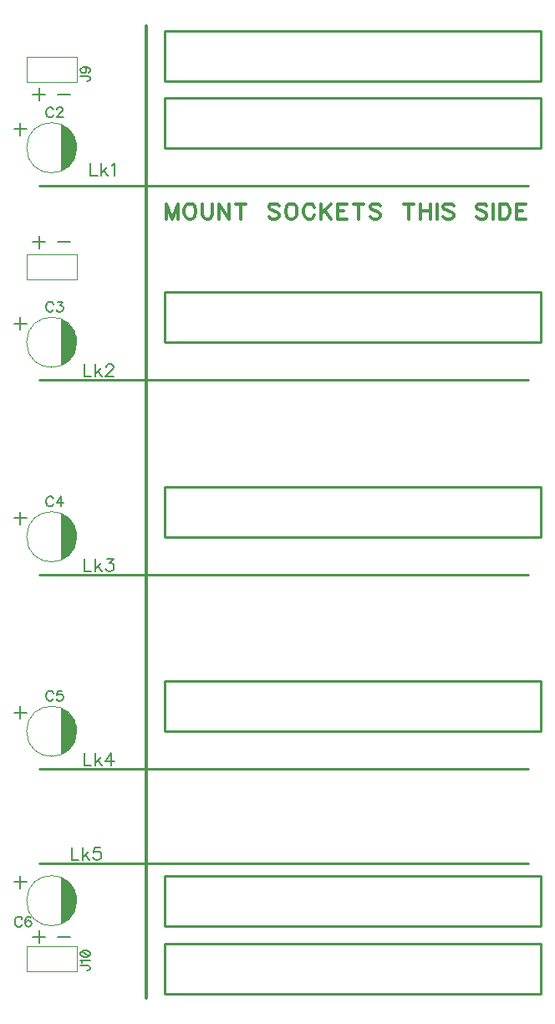
<source format=gbr>
G04 DipTrace 4.3.0.5*
G04 TopSilk.gbr*
%MOMM*%
G04 #@! TF.FileFunction,Legend,Top*
G04 #@! TF.Part,Single*
%ADD10C,0.25*%
%ADD20C,0.175*%
%ADD21C,0.1*%
%ADD22C,0.3*%
%ADD45C,0.19608*%
%ADD46C,0.15686*%
%ADD49C,0.33333*%
%FSLAX35Y35*%
G04*
G71*
G90*
G75*
G01*
G04 TopSilk*
%LPD*%
X-127000Y9610877D2*
D10*
Y9102877D1*
X3683000D1*
Y9610877D1*
X-127000D1*
Y8940127D2*
Y8432127D1*
X3683000D1*
Y8940127D1*
X-127000D1*
Y6971627D2*
Y6463627D1*
X3683000D1*
Y6971627D1*
X-127000D1*
Y5003127D2*
Y4495127D1*
X3683000D1*
Y5003127D1*
X-127000D1*
Y3034627D2*
Y2526627D1*
X3683000D1*
Y3034627D1*
X-127000D1*
Y1066123D2*
Y558123D1*
X3683000D1*
Y1066123D1*
X-127000D1*
Y381000D2*
Y-127000D1*
X3683000D1*
Y381000D1*
X-127000D1*
X-1397000Y7543127D2*
D20*
Y7416127D1*
X-1524000Y7352627D2*
D21*
X-1016000D1*
Y7098623D1*
X-1524000D1*
Y7352627D1*
X-1460500Y7479627D2*
D20*
X-1333500D1*
X-1206500D2*
X-1079500D1*
X-1397000Y8051123D2*
D10*
X3556000D1*
X-1397000Y6082623D2*
X3556000D1*
X-1524000Y6463625D2*
D21*
G02X-1524000Y6463625I254000J0D01*
G01*
G36*
X-1174750Y6225500D2*
Y6701750D1*
X-1095377Y6654127D1*
X-1047750Y6590627D1*
X-1016000Y6511247D1*
Y6463627D1*
X-1031877Y6384247D1*
X-1047750Y6336623D1*
X-1095377Y6273123D1*
X-1127127Y6257250D1*
X-1143000Y6241373D1*
X-1174750Y6225500D1*
G37*
X-1397000Y4114123D2*
D10*
X3556000D1*
X-1524000Y4495125D2*
D21*
G02X-1524000Y4495125I254000J0D01*
G01*
G36*
X-1174750Y4257000D2*
Y4733250D1*
X-1095377Y4685627D1*
X-1047750Y4622127D1*
X-1016000Y4542747D1*
Y4495127D1*
X-1031877Y4415750D1*
X-1047750Y4368123D1*
X-1095377Y4304623D1*
X-1127127Y4288750D1*
X-1143000Y4272873D1*
X-1174750Y4257000D1*
G37*
X-1397000Y2145623D2*
D10*
X3556000D1*
X-1524000Y812125D2*
D21*
G02X-1524000Y812125I254000J0D01*
G01*
G36*
X-1174750Y573997D2*
Y1050250D1*
X-1095377Y1002623D1*
X-1047750Y939127D1*
X-1016000Y859750D1*
Y812127D1*
X-1031877Y732750D1*
X-1047750Y685127D1*
X-1095377Y621627D1*
X-1127127Y605747D1*
X-1143000Y589877D1*
X-1174750Y573997D1*
G37*
X-1524000Y8432125D2*
D21*
G02X-1524000Y8432125I254000J0D01*
G01*
G36*
X-1174750Y8194000D2*
Y8670250D1*
X-1095377Y8622627D1*
X-1047750Y8559127D1*
X-1016000Y8479747D1*
Y8432127D1*
X-1031877Y8352747D1*
X-1047750Y8305127D1*
X-1095377Y8241623D1*
X-1127127Y8225750D1*
X-1143000Y8209873D1*
X-1174750Y8194000D1*
G37*
X-1524000Y2526627D2*
D21*
G02X-1524000Y2526627I254000J0D01*
G01*
G36*
X-1174750Y2288500D2*
Y2764747D1*
X-1095377Y2717127D1*
X-1047750Y2653627D1*
X-1016000Y2574250D1*
Y2526623D1*
X-1031877Y2447250D1*
X-1047750Y2399623D1*
X-1095377Y2336123D1*
X-1127127Y2320250D1*
X-1143000Y2304377D1*
X-1174750Y2288500D1*
G37*
X-1397000Y1193123D2*
D10*
X3556000D1*
X-1524000Y9352877D2*
D21*
X-1016000D1*
Y9098877D1*
X-1524000D1*
Y9352877D1*
Y351750D2*
X-1016000D1*
Y97750D1*
X-1524000D1*
Y351750D1*
X-1397000Y9035373D2*
D20*
Y8908373D1*
X-1460500Y8971873D2*
X-1333500D1*
X-1206500D2*
X-1079500D1*
X-1397000Y510500D2*
Y383500D1*
X-1460500Y447000D2*
X-1333500D1*
X-1206500D2*
X-1079500D1*
X-1587500Y1066123D2*
Y939127D1*
X-1651000Y1002623D2*
X-1524000D1*
X-1587500Y2780627D2*
Y2653627D1*
X-1651000Y2717127D2*
X-1524000D1*
X-1587500Y4749127D2*
Y4622127D1*
X-1651000Y4685627D2*
X-1524000D1*
X-1587500Y6717627D2*
Y6590627D1*
X-1651000Y6654127D2*
X-1524000D1*
X-1587500Y8686127D2*
Y8559127D1*
X-1651000Y8622627D2*
X-1524000D1*
X-310000Y9667700D2*
D22*
Y-174000D1*
X-1252769Y8817905D2*
D46*
X-1257598Y8827563D1*
X-1267369Y8837334D1*
X-1277028Y8842163D1*
X-1296457D1*
X-1306228Y8837334D1*
X-1315886Y8827563D1*
X-1320828Y8817905D1*
X-1325657Y8803305D1*
Y8778934D1*
X-1320828Y8764446D1*
X-1315886Y8754676D1*
X-1306228Y8745017D1*
X-1296457Y8740076D1*
X-1277028D1*
X-1267369Y8745017D1*
X-1257598Y8754676D1*
X-1252769Y8764446D1*
X-1216455Y8817793D2*
Y8822622D1*
X-1211626Y8832393D1*
X-1206797Y8837222D1*
X-1197026Y8842051D1*
X-1177597D1*
X-1167938Y8837222D1*
X-1163109Y8832393D1*
X-1158167Y8822622D1*
Y8812963D1*
X-1163109Y8803193D1*
X-1172767Y8788705D1*
X-1221397Y8740076D1*
X-1153338D1*
X-1252769Y6849405D2*
X-1257598Y6859063D1*
X-1267369Y6868834D1*
X-1277028Y6873663D1*
X-1296457D1*
X-1306228Y6868834D1*
X-1315886Y6859063D1*
X-1320828Y6849405D1*
X-1325657Y6834805D1*
Y6810434D1*
X-1320828Y6795946D1*
X-1315886Y6786176D1*
X-1306228Y6776517D1*
X-1296457Y6771576D1*
X-1277028D1*
X-1267369Y6776517D1*
X-1257598Y6786176D1*
X-1252769Y6795946D1*
X-1211626Y6873551D2*
X-1158280D1*
X-1187367Y6834693D1*
X-1172767D1*
X-1163109Y6829863D1*
X-1158280Y6825034D1*
X-1153338Y6810434D1*
Y6800776D1*
X-1158280Y6786176D1*
X-1167938Y6776405D1*
X-1182538Y6771576D1*
X-1197138D1*
X-1211626Y6776405D1*
X-1216455Y6781346D1*
X-1221397Y6791005D1*
X-1252769Y2912408D2*
X-1257598Y2922067D1*
X-1267369Y2931837D1*
X-1277028Y2936667D1*
X-1296457D1*
X-1306228Y2931837D1*
X-1315886Y2922067D1*
X-1320828Y2912408D1*
X-1325657Y2897808D1*
Y2873437D1*
X-1320828Y2858950D1*
X-1315886Y2849179D1*
X-1306228Y2839520D1*
X-1296457Y2834579D1*
X-1277028D1*
X-1267369Y2839520D1*
X-1257598Y2849179D1*
X-1252769Y2858950D1*
X-1163109Y2936554D2*
X-1211626D1*
X-1216455Y2892867D1*
X-1211626Y2897696D1*
X-1197026Y2902637D1*
X-1182538D1*
X-1167938Y2897696D1*
X-1158167Y2888037D1*
X-1153338Y2873437D1*
Y2863779D1*
X-1158167Y2849179D1*
X-1167938Y2839408D1*
X-1182538Y2834579D1*
X-1197026D1*
X-1211626Y2839408D1*
X-1216455Y2844350D1*
X-1221397Y2854008D1*
X-1252769Y4880908D2*
X-1257598Y4890567D1*
X-1267369Y4900337D1*
X-1277028Y4905167D1*
X-1296457D1*
X-1306228Y4900337D1*
X-1315886Y4890567D1*
X-1320828Y4880908D1*
X-1325657Y4866308D1*
Y4841937D1*
X-1320828Y4827450D1*
X-1315886Y4817679D1*
X-1306228Y4808020D1*
X-1296457Y4803079D1*
X-1277028D1*
X-1267369Y4808020D1*
X-1257598Y4817679D1*
X-1252769Y4827450D1*
X-1172767Y4803079D2*
Y4905054D1*
X-1221397Y4837108D1*
X-1148509D1*
X-1570269Y626408D2*
X-1575098Y636067D1*
X-1584869Y645837D1*
X-1594528Y650667D1*
X-1613957D1*
X-1623728Y645837D1*
X-1633386Y636067D1*
X-1638328Y626408D1*
X-1643157Y611808D1*
Y587437D1*
X-1638328Y572950D1*
X-1633386Y563179D1*
X-1623728Y553520D1*
X-1613957Y548579D1*
X-1594528D1*
X-1584869Y553520D1*
X-1575098Y563179D1*
X-1570269Y572950D1*
X-1480609Y636067D2*
X-1485438Y645725D1*
X-1500038Y650554D1*
X-1509697D1*
X-1524297Y645725D1*
X-1534067Y631125D1*
X-1538897Y606867D1*
Y582608D1*
X-1534067Y563179D1*
X-1524297Y553408D1*
X-1509697Y548579D1*
X-1504867D1*
X-1490380Y553408D1*
X-1480609Y563179D1*
X-1475780Y577779D1*
Y582608D1*
X-1480609Y597208D1*
X-1490380Y606867D1*
X-1504867Y611696D1*
X-1509697D1*
X-1524297Y606867D1*
X-1534067Y597208D1*
X-1538897Y582608D1*
X-981540Y9155349D2*
X-903823D1*
X-889223Y9150520D1*
X-884394Y9145578D1*
X-879452Y9135920D1*
Y9126149D1*
X-884394Y9116491D1*
X-889223Y9111661D1*
X-903823Y9106720D1*
X-913481D1*
X-947511Y9249951D2*
X-932911Y9245009D1*
X-923140Y9235351D1*
X-918311Y9220751D1*
Y9215922D1*
X-923140Y9201322D1*
X-932911Y9191663D1*
X-947511Y9186722D1*
X-952340D1*
X-966940Y9191663D1*
X-976598Y9201322D1*
X-981428Y9215922D1*
Y9220751D1*
X-976598Y9235351D1*
X-966940Y9245009D1*
X-947511Y9249951D1*
X-923140D1*
X-898881Y9245009D1*
X-884281Y9235351D1*
X-879452Y9220751D1*
Y9211092D1*
X-884281Y9196492D1*
X-894052Y9191663D1*
X-981540Y154222D2*
X-903823D1*
X-889223Y149393D1*
X-884394Y144452D1*
X-879452Y134793D1*
Y125022D1*
X-884394Y115364D1*
X-889223Y110535D1*
X-903823Y105593D1*
X-913481D1*
X-961998Y185595D2*
X-966940Y195366D1*
X-981428Y209966D1*
X-879452D1*
X-981428Y270538D2*
X-976598Y255938D1*
X-961998Y246167D1*
X-937740Y241338D1*
X-923140D1*
X-898881Y246167D1*
X-884281Y255938D1*
X-879452Y270538D1*
Y280197D1*
X-884281Y294797D1*
X-898881Y304455D1*
X-923140Y309397D1*
X-937740D1*
X-961998Y304455D1*
X-976598Y294797D1*
X-981428Y280197D1*
Y270538D1*
X-961998Y304455D2*
X-898881Y246167D1*
X-879196Y8275425D2*
D45*
Y8147815D1*
X-806336D1*
X-767121Y8275425D2*
Y8147815D1*
X-706334Y8232888D2*
X-767121Y8172102D1*
X-742834Y8196388D2*
X-700298Y8147815D1*
X-661082Y8250998D2*
X-648869Y8257175D1*
X-630619Y8275285D1*
Y8147815D1*
X-942696Y6243425D2*
Y6115815D1*
X-869836D1*
X-830621Y6243425D2*
Y6115815D1*
X-769834Y6200888D2*
X-830621Y6140102D1*
X-806334Y6164388D2*
X-763798Y6115815D1*
X-718405Y6212961D2*
Y6218998D1*
X-712369Y6231211D1*
X-706332Y6237248D1*
X-694119Y6243285D1*
X-669832D1*
X-657759Y6237248D1*
X-651722Y6231211D1*
X-645545Y6218998D1*
Y6206925D1*
X-651722Y6194711D1*
X-663795Y6176602D1*
X-724582Y6115815D1*
X-639509D1*
X-942696Y4274925D2*
Y4147315D1*
X-869836D1*
X-830621Y4274925D2*
Y4147315D1*
X-769834Y4232388D2*
X-830621Y4171602D1*
X-806334Y4195888D2*
X-763798Y4147315D1*
X-712369Y4274785D2*
X-645686D1*
X-682045Y4226211D1*
X-663795D1*
X-651722Y4220175D1*
X-645686Y4214138D1*
X-639509Y4195888D1*
Y4183815D1*
X-645686Y4165565D1*
X-657759Y4153352D1*
X-676009Y4147315D1*
X-694259D1*
X-712369Y4153352D1*
X-718405Y4159529D1*
X-724582Y4171602D1*
X-942696Y2306425D2*
Y2178815D1*
X-869836D1*
X-830621Y2306425D2*
Y2178815D1*
X-769834Y2263888D2*
X-830621Y2203102D1*
X-806334Y2227388D2*
X-763798Y2178815D1*
X-663795D2*
Y2306285D1*
X-724582Y2221352D1*
X-633472D1*
X6242Y7711903D2*
D49*
Y7865035D1*
X-52046Y7711903D1*
X-110333Y7865035D1*
Y7711903D1*
X116709Y7865035D2*
X102053Y7857791D1*
X87565Y7843135D1*
X80153Y7828647D1*
X72909Y7806747D1*
Y7770191D1*
X80153Y7748459D1*
X87565Y7733803D1*
X102053Y7719315D1*
X116709Y7711903D1*
X145853D1*
X160340Y7719315D1*
X174996Y7733803D1*
X182240Y7748459D1*
X189484Y7770191D1*
Y7806747D1*
X182240Y7828647D1*
X174996Y7843135D1*
X160340Y7857791D1*
X145853Y7865035D1*
X116709D1*
X256151D2*
Y7755703D1*
X263395Y7733803D1*
X278051Y7719315D1*
X299951Y7711903D1*
X314438D1*
X336338Y7719315D1*
X350995Y7733803D1*
X358238Y7755703D1*
Y7865035D1*
X526993D2*
Y7711903D1*
X424905Y7865035D1*
Y7711903D1*
X644703Y7865035D2*
Y7711903D1*
X593659Y7865035D2*
X695747D1*
X1032245Y7843135D2*
X1017757Y7857791D1*
X995857Y7865035D1*
X966714D1*
X944814Y7857791D1*
X930157Y7843135D1*
Y7828647D1*
X937570Y7813991D1*
X944814Y7806747D1*
X959301Y7799503D1*
X1003101Y7784847D1*
X1017757Y7777603D1*
X1025001Y7770191D1*
X1032245Y7755703D1*
Y7733803D1*
X1017757Y7719315D1*
X995857Y7711903D1*
X966714D1*
X944814Y7719315D1*
X930157Y7733803D1*
X1142712Y7865035D2*
X1128056Y7857791D1*
X1113568Y7843135D1*
X1106156Y7828647D1*
X1098912Y7806747D1*
Y7770191D1*
X1106156Y7748459D1*
X1113568Y7733803D1*
X1128056Y7719315D1*
X1142712Y7711903D1*
X1171856D1*
X1186343Y7719315D1*
X1200999Y7733803D1*
X1208243Y7748459D1*
X1215487Y7770191D1*
Y7806747D1*
X1208243Y7828647D1*
X1200999Y7843135D1*
X1186343Y7857791D1*
X1171856Y7865035D1*
X1142712D1*
X1391485Y7828647D2*
X1384242Y7843135D1*
X1369585Y7857791D1*
X1355098Y7865035D1*
X1325954D1*
X1311298Y7857791D1*
X1296810Y7843135D1*
X1289398Y7828647D1*
X1282154Y7806747D1*
Y7770191D1*
X1289398Y7748459D1*
X1296810Y7733803D1*
X1311298Y7719315D1*
X1325954Y7711903D1*
X1355098D1*
X1369585Y7719315D1*
X1384242Y7733803D1*
X1391485Y7748459D1*
X1458152Y7865035D2*
Y7711903D1*
X1560240Y7865035D2*
X1458152Y7762947D1*
X1494540Y7799503D2*
X1560240Y7711903D1*
X1721582Y7865035D2*
X1626906D1*
Y7711903D1*
X1721582D1*
X1626906Y7792091D2*
X1685194D1*
X1839292Y7865035D2*
Y7711903D1*
X1788248Y7865035D2*
X1890336D1*
X2059091Y7843135D2*
X2044603Y7857791D1*
X2022703Y7865035D1*
X1993559D1*
X1971659Y7857791D1*
X1957003Y7843135D1*
Y7828647D1*
X1964415Y7813991D1*
X1971659Y7806747D1*
X1986147Y7799503D1*
X2029947Y7784847D1*
X2044603Y7777603D1*
X2051847Y7770191D1*
X2059091Y7755703D1*
Y7733803D1*
X2044603Y7719315D1*
X2022703Y7711903D1*
X1993559D1*
X1971659Y7719315D1*
X1957003Y7733803D1*
X2344545Y7865035D2*
Y7711903D1*
X2293501Y7865035D2*
X2395588D1*
X2462255D2*
Y7711903D1*
X2564343Y7865035D2*
Y7711903D1*
X2462255Y7792091D2*
X2564343D1*
X2631009Y7865035D2*
Y7711903D1*
X2799764Y7843135D2*
X2785276Y7857791D1*
X2763376Y7865035D1*
X2734232D1*
X2712332Y7857791D1*
X2697676Y7843135D1*
Y7828647D1*
X2705088Y7813991D1*
X2712332Y7806747D1*
X2726820Y7799503D1*
X2770620Y7784847D1*
X2785276Y7777603D1*
X2792520Y7770191D1*
X2799764Y7755703D1*
Y7733803D1*
X2785276Y7719315D1*
X2763376Y7711903D1*
X2734232D1*
X2712332Y7719315D1*
X2697676Y7733803D1*
X3136262Y7843135D2*
X3121774Y7857791D1*
X3099874Y7865035D1*
X3070730D1*
X3048830Y7857791D1*
X3034174Y7843135D1*
Y7828647D1*
X3041586Y7813991D1*
X3048830Y7806747D1*
X3063318Y7799503D1*
X3107118Y7784847D1*
X3121774Y7777603D1*
X3129018Y7770191D1*
X3136262Y7755703D1*
Y7733803D1*
X3121774Y7719315D1*
X3099874Y7711903D1*
X3070730D1*
X3048830Y7719315D1*
X3034174Y7733803D1*
X3202928Y7865035D2*
Y7711903D1*
X3269595Y7865035D2*
Y7711903D1*
X3320639D1*
X3342539Y7719315D1*
X3357195Y7733803D1*
X3364439Y7748459D1*
X3371683Y7770191D1*
Y7806747D1*
X3364439Y7828647D1*
X3357195Y7843135D1*
X3342539Y7857791D1*
X3320639Y7865035D1*
X3269595D1*
X3533025D2*
X3438349D1*
Y7711903D1*
X3533025D1*
X3438349Y7792091D2*
X3496637D1*
X-1069696Y1353925D2*
D45*
Y1226315D1*
X-996836D1*
X-957621Y1353925D2*
Y1226315D1*
X-896834Y1311388D2*
X-957621Y1250602D1*
X-933334Y1274888D2*
X-890798Y1226315D1*
X-778722Y1353785D2*
X-839369D1*
X-845405Y1299175D1*
X-839369Y1305211D1*
X-821119Y1311388D1*
X-803009D1*
X-784759Y1305211D1*
X-772545Y1293138D1*
X-766509Y1274888D1*
Y1262815D1*
X-772545Y1244565D1*
X-784759Y1232352D1*
X-803009Y1226315D1*
X-821119D1*
X-839369Y1232352D1*
X-845405Y1238529D1*
X-851582Y1250602D1*
M02*

</source>
